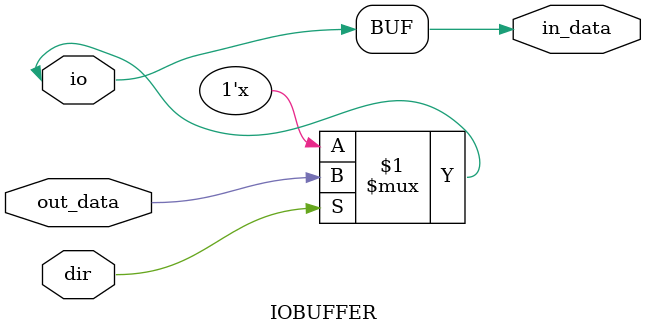
<source format=v>
module IOBUFFER (
    inout wire io,       // QSPI bidirectional line
    input wire dir,      // 1 = Output mode, 0 = Input mode
    input wire out_data,      // Data to drive when output
    output wire in_data  // ✅ Renamed from 'in'
);
    assign io = dir ? out_data : 1'bz; // Drive 'out' if dir=1, else high-Z
    assign in_data = io;          // Always read io
endmodule

</source>
